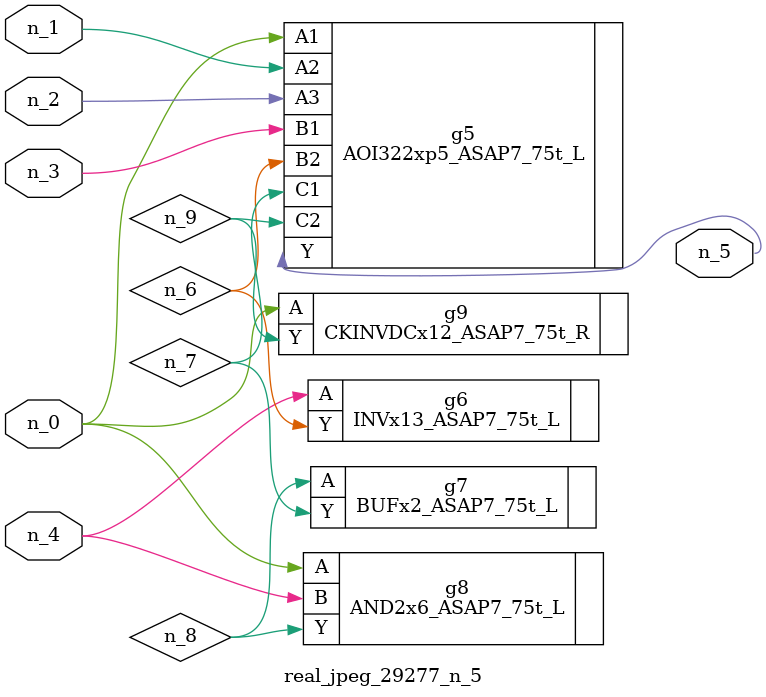
<source format=v>
module real_jpeg_29277_n_5 (n_4, n_0, n_1, n_2, n_3, n_5);

input n_4;
input n_0;
input n_1;
input n_2;
input n_3;

output n_5;

wire n_8;
wire n_6;
wire n_7;
wire n_9;

AOI322xp5_ASAP7_75t_L g5 ( 
.A1(n_0),
.A2(n_1),
.A3(n_2),
.B1(n_3),
.B2(n_6),
.C1(n_7),
.C2(n_9),
.Y(n_5)
);

AND2x6_ASAP7_75t_L g8 ( 
.A(n_0),
.B(n_4),
.Y(n_8)
);

CKINVDCx12_ASAP7_75t_R g9 ( 
.A(n_0),
.Y(n_9)
);

INVx13_ASAP7_75t_L g6 ( 
.A(n_4),
.Y(n_6)
);

BUFx2_ASAP7_75t_L g7 ( 
.A(n_8),
.Y(n_7)
);


endmodule
</source>
